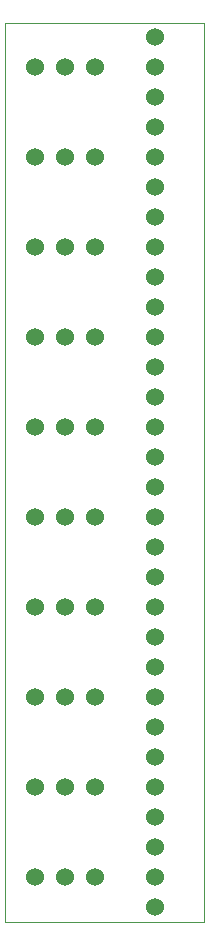
<source format=gbl>
G75*
%MOIN*%
%OFA0B0*%
%FSLAX24Y24*%
%IPPOS*%
%LPD*%
%AMOC8*
5,1,8,0,0,1.08239X$1,22.5*
%
%ADD10C,0.0000*%
%ADD11C,0.0600*%
D10*
X000100Y000125D02*
X000100Y030121D01*
X006720Y030121D01*
X006720Y000125D01*
X000100Y000125D01*
D11*
X001100Y001625D03*
X001100Y004625D03*
X001100Y007625D03*
X001100Y010625D03*
X001100Y013625D03*
X001100Y016625D03*
X001100Y019625D03*
X001100Y022625D03*
X001100Y025625D03*
X001100Y028625D03*
X002100Y028625D03*
X002100Y025625D03*
X002100Y022625D03*
X002100Y019625D03*
X002100Y016625D03*
X002100Y013625D03*
X002100Y010625D03*
X002100Y007625D03*
X002100Y004625D03*
X002100Y001625D03*
X003100Y001625D03*
X003100Y004625D03*
X003100Y007625D03*
X003100Y010625D03*
X003100Y013625D03*
X003100Y016625D03*
X003100Y019625D03*
X003100Y022625D03*
X003100Y025625D03*
X003100Y028625D03*
X005100Y028625D03*
X005100Y027625D03*
X005100Y026625D03*
X005100Y025625D03*
X005100Y024625D03*
X005100Y023625D03*
X005100Y022625D03*
X005100Y021625D03*
X005100Y020625D03*
X005100Y019625D03*
X005100Y018625D03*
X005100Y017625D03*
X005100Y016625D03*
X005100Y015625D03*
X005100Y014625D03*
X005100Y013625D03*
X005100Y012625D03*
X005100Y011625D03*
X005100Y010625D03*
X005100Y009625D03*
X005100Y008625D03*
X005100Y007625D03*
X005100Y006625D03*
X005100Y005625D03*
X005100Y004625D03*
X005100Y003625D03*
X005100Y002625D03*
X005100Y001625D03*
X005100Y000625D03*
X005100Y029625D03*
M02*

</source>
